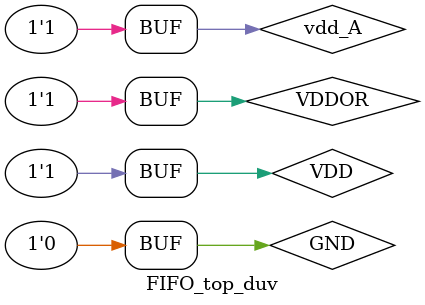
<source format=sv>
module FIFO_top_duv (fifo_if.duv bus) ; 

parameter WIDTH  = 8 ;
parameter DEPTH  = 32 ;

supply0       GND;
supply1       VDD, VDDOR, vdd_A;
//rgadea supply1 vdd_R;
PS_Demo fifo_duv(
.GND(GND), 
.VDD(VDD), 
.VDDOR(VDDOR), 
.vdd_A(vdd_A), 
// .vdd_R(vdd_R),
.scan_enable(1'b0), 
.scan_in(1'b0), 
.scan_out(), 
.test_mode(1'b0),
.clk (bus.clk),     // Clock input
.rst_n(bus.rst),     // Active LOW ASINCRONOUS reset
.data_in      (bus.data_in), // Data input
.read         (bus.rd_en),   // Read enable
.write       (bus.wr_en),   // Write Enable
.data_out     (bus.data_out),// Data Output
.use_dw       (bus.use_dw), //puntero de llenado
.empty_n    (bus.vacio),   // FIFO empty
.full_n    (bus.lleno)     // FIFO full
);

endmodule


</source>
